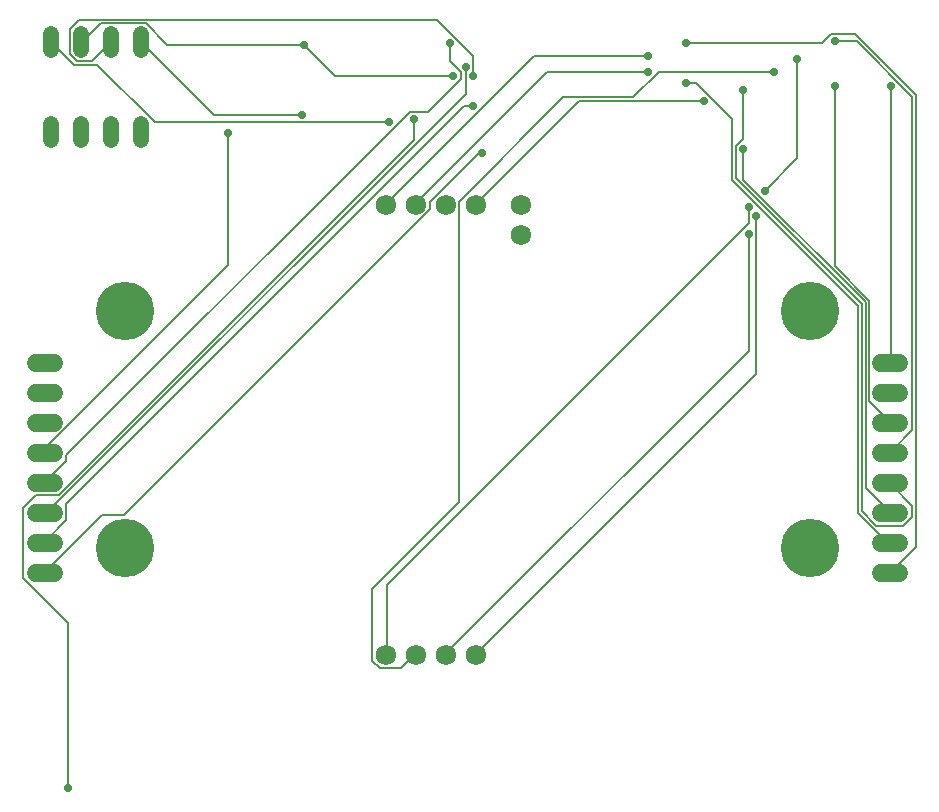
<source format=gbr>
G04 EAGLE Gerber RS-274X export*
G75*
%MOMM*%
%FSLAX34Y34*%
%LPD*%
%INBottom Copper*%
%IPPOS*%
%AMOC8*
5,1,8,0,0,1.08239X$1,22.5*%
G01*
%ADD10C,1.725000*%
%ADD11C,4.950000*%
%ADD12C,1.524000*%
%ADD13C,1.320800*%
%ADD14C,0.152400*%
%ADD15C,0.711200*%


D10*
X341800Y800700D03*
X367200Y800700D03*
X392600Y800700D03*
X418000Y800700D03*
X341800Y419700D03*
X367200Y419700D03*
X392600Y419700D03*
X418000Y419700D03*
X456100Y800700D03*
X456100Y775300D03*
D11*
X121000Y710200D03*
X121000Y510200D03*
X701000Y710200D03*
X701000Y510200D03*
D12*
X761380Y488800D02*
X776620Y488800D01*
X776620Y514200D02*
X761380Y514200D01*
X761380Y539600D02*
X776620Y539600D01*
X776620Y565000D02*
X761380Y565000D01*
X761380Y590400D02*
X776620Y590400D01*
X776620Y615800D02*
X761380Y615800D01*
X761380Y641200D02*
X776620Y641200D01*
X776620Y666600D02*
X761380Y666600D01*
X60720Y488800D02*
X45480Y488800D01*
X45480Y514200D02*
X60720Y514200D01*
X60720Y539600D02*
X45480Y539600D01*
X45480Y565000D02*
X60720Y565000D01*
X60720Y590400D02*
X45480Y590400D01*
X45480Y615800D02*
X60720Y615800D01*
X60720Y641200D02*
X45480Y641200D01*
X45480Y666600D02*
X60720Y666600D01*
D13*
X58700Y855696D02*
X58700Y868904D01*
X84100Y868904D02*
X84100Y855696D01*
X84100Y931896D02*
X84100Y945104D01*
X58700Y945104D02*
X58700Y931896D01*
X109500Y868904D02*
X109500Y855696D01*
X134900Y855696D02*
X134900Y868904D01*
X109500Y931896D02*
X109500Y945104D01*
X134900Y945104D02*
X134900Y931896D01*
D14*
X467868Y926592D02*
X563880Y926592D01*
X467868Y926592D02*
X342900Y801624D01*
X341800Y800700D01*
D15*
X563880Y926592D03*
D14*
X563880Y912876D02*
X478536Y912876D01*
X367284Y801624D01*
X367200Y800700D01*
D15*
X563880Y912876D03*
D14*
X611124Y888492D02*
X505968Y888492D01*
X419100Y801624D01*
X418000Y800700D01*
D15*
X611124Y888492D03*
D14*
X690372Y923544D02*
X690372Y839724D01*
X662940Y812292D01*
X649224Y798576D02*
X649224Y784860D01*
X342900Y478536D01*
X342900Y419700D01*
X341800Y419700D01*
D15*
X690372Y923544D03*
X662940Y812292D03*
X649224Y798576D03*
D14*
X670560Y912876D02*
X573024Y912876D01*
X551688Y891540D01*
X492252Y891540D01*
X403860Y803148D01*
X403860Y548640D01*
X330708Y475488D01*
X330708Y414528D01*
X336804Y408432D01*
X355092Y408432D01*
X365760Y419100D01*
X367200Y419700D01*
D15*
X670560Y912876D03*
D14*
X649224Y775716D02*
X649224Y676656D01*
X393192Y420624D01*
X392600Y419700D01*
D15*
X649224Y775716D03*
D14*
X655320Y790956D02*
X655320Y656844D01*
X419100Y420624D01*
X418000Y419700D01*
D15*
X655320Y790956D03*
D14*
X53340Y594360D02*
X53340Y591312D01*
X53340Y594360D02*
X208788Y749808D01*
X208788Y861060D01*
X53340Y591312D02*
X53100Y590400D01*
D15*
X208788Y861060D03*
D14*
X595884Y937260D02*
X711708Y937260D01*
X719328Y944880D01*
X739140Y944880D01*
X790956Y893064D01*
X790956Y510540D01*
X769620Y489204D01*
X769000Y488800D01*
D15*
X595884Y937260D03*
D14*
X595884Y903732D02*
X605028Y903732D01*
X635508Y873252D01*
X635508Y821436D01*
X742188Y714756D01*
X742188Y539496D01*
X768096Y513588D01*
X769000Y514200D01*
D15*
X595884Y903732D03*
D14*
X644652Y847344D02*
X644652Y821436D01*
X748284Y717804D01*
X748284Y560832D01*
X768096Y541020D01*
X769000Y539600D01*
D15*
X644652Y847344D03*
D14*
X644652Y856488D02*
X644652Y897636D01*
X644652Y856488D02*
X638556Y850392D01*
X638556Y822960D01*
X745236Y716280D01*
X745236Y541020D01*
X757428Y528828D01*
X780288Y528828D01*
X787908Y536448D01*
X787908Y545592D01*
X769620Y563880D01*
X769000Y565000D01*
D15*
X644652Y897636D03*
D14*
X722376Y938784D02*
X740664Y938784D01*
X787908Y891540D01*
X787908Y609600D01*
X769620Y591312D01*
X769000Y590400D01*
D15*
X722376Y938784D03*
D14*
X722376Y900684D02*
X722376Y748284D01*
X751332Y719328D01*
X751332Y633984D01*
X768096Y617220D01*
X769000Y615800D01*
D15*
X722376Y900684D03*
D14*
X769620Y900684D02*
X769620Y667512D01*
X769000Y666600D01*
D15*
X769620Y900684D03*
D14*
X73152Y446532D02*
X73152Y306324D01*
X73152Y446532D02*
X35052Y484632D01*
X35052Y544068D01*
X45720Y554736D01*
X65532Y554736D01*
X365760Y854964D01*
X365760Y873252D01*
D15*
X73152Y306324D03*
X365760Y873252D03*
D14*
X344424Y870204D02*
X146304Y870204D01*
X97536Y918972D01*
X77724Y918972D01*
X59436Y937260D01*
X58700Y938500D01*
D15*
X344424Y870204D03*
D14*
X272796Y935736D02*
X156972Y935736D01*
X138684Y954024D01*
X100584Y954024D01*
X85344Y938784D01*
X84100Y938500D01*
X298704Y909828D02*
X399288Y909828D01*
X298704Y909828D02*
X272796Y935736D01*
D15*
X272796Y935736D03*
X399288Y909828D03*
D14*
X416052Y909828D02*
X416052Y926592D01*
X385572Y957072D01*
X82296Y957072D01*
X74676Y949452D01*
X74676Y928116D01*
X80772Y922020D01*
X92964Y922020D01*
X108204Y937260D01*
X109500Y938500D01*
D15*
X416052Y909828D03*
D14*
X271272Y876300D02*
X196596Y876300D01*
X135636Y937260D01*
X134900Y938500D01*
D15*
X271272Y876300D03*
D14*
X420624Y844296D02*
X423672Y844296D01*
X420624Y844296D02*
X379476Y803148D01*
X379476Y797052D01*
X120396Y537972D01*
X102108Y537972D01*
X53340Y489204D01*
X53100Y488800D01*
D15*
X423672Y844296D03*
D14*
X416052Y883920D02*
X408432Y883920D01*
X71628Y547116D01*
X71628Y533400D01*
X53340Y515112D01*
X53100Y514200D01*
D15*
X416052Y883920D03*
D14*
X409956Y894588D02*
X409956Y917448D01*
X409956Y894588D02*
X56388Y541020D01*
X53340Y541020D01*
X53100Y539600D01*
D15*
X409956Y917448D03*
D14*
X396240Y922020D02*
X396240Y937260D01*
X396240Y922020D02*
X405384Y912876D01*
X405384Y906780D01*
X377952Y879348D01*
X362712Y879348D01*
X71628Y588264D01*
X71628Y583692D01*
X53340Y565404D01*
X53100Y565000D01*
D15*
X396240Y937260D03*
M02*

</source>
